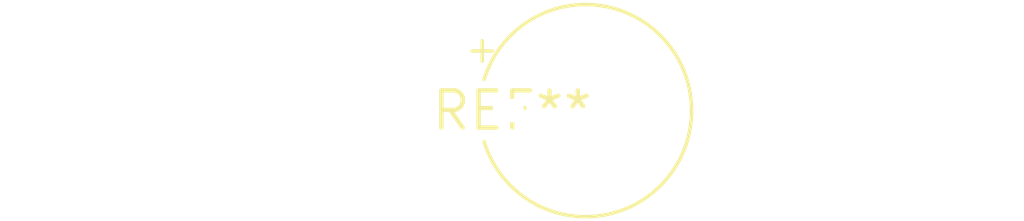
<source format=kicad_pcb>
(kicad_pcb (version 20240108) (generator pcbnew)
  (layers (0 "F.Cu" signal) (31 "B.Cu" signal) (34 "B.Paste" user) (35 "F.Paste" user) (36 "B.SilkS" user "B.Silkscreen") (37 "F.SilkS" user "F.Silkscreen") (38 "B.Mask" user) (39 "F.Mask" user) (44 "Edge.Cuts" user))
  (net 0 "")
  (footprint "CP_Radial_Tantal_D7.0mm_P5.00mm" (layer "F.Cu") (at 0 0)
    (property "Reference" "REF**")
    (property "Value" "CP_Radial_Tantal_D7.0mm_P5.00mm")
    (fp_line (start -1.374723 -2.035) (end -0.674723 -2.035) (layer "F.SilkS") (stroke (width 0.12)))
    (fp_line (start -1.024723 -2.385) (end -1.024723 -1.685) (layer "F.SilkS") (stroke (width 0.12)))
    (fp_arc (start -0.961329 -1.06) (mid 6.12 0) (end -0.961329 1.06) (layer "F.SilkS") (stroke (width 0.12)))
    (pad "1" thru_hole rect (at 0 0) (size 1.6 1.6) (drill 0.8) (layers *.Cu *.Mask) (remove_unused_layers))
    (pad "2" thru_hole circle (at 5 0) (size 1.6 1.6) (drill 0.8) (layers *.Cu *.Mask) (remove_unused_layers))
  )
)
</source>
